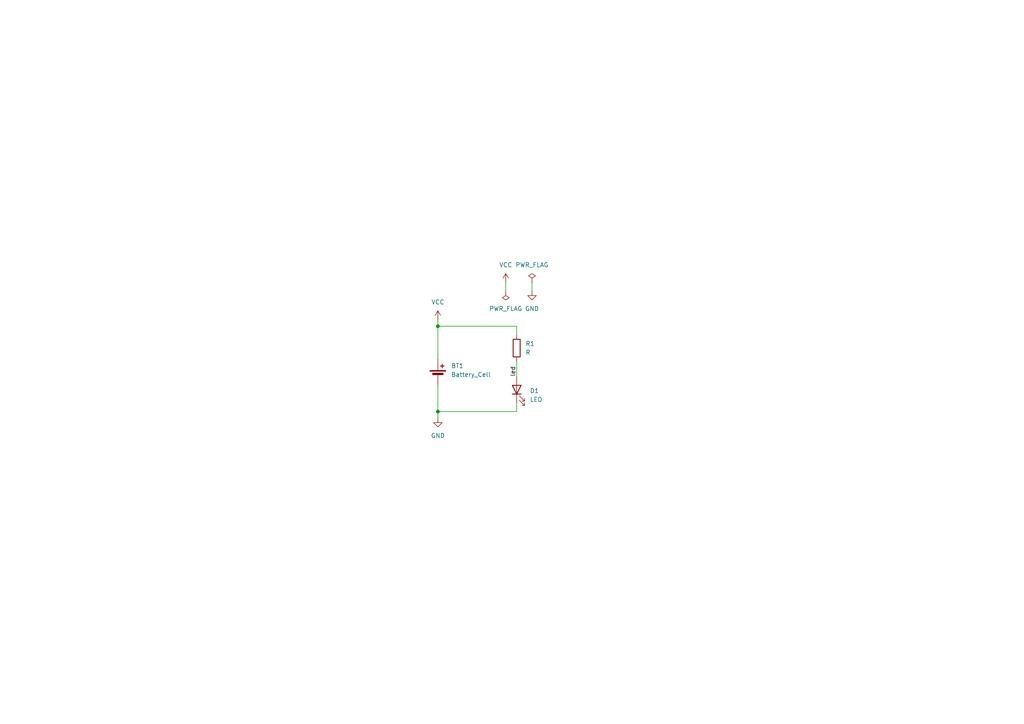
<source format=kicad_sch>
(kicad_sch (version 20231120) (generator "eeschema") (generator_version "8.0")
  (paper "A4")
  (lib_symbols
    (symbol "Device:Battery_Cell" (pin_numbers hide) (pin_names (offset 0) hide)
      (property "Reference" "BT" (at 2.54 2.54 0))
      (property "Value" "Battery_Cell" (at 2.54 0 0))
      (symbol "Battery_Cell_0_1"
        (rectangle (start -2.286 1.778) (end 2.286 1.524) (fill (type outline)))
        (rectangle (start -1.524 1.016) (end 1.524 0.508) (fill (type outline)))
        (polyline (pts (xy 0 0.762) (xy 0 0)))
        (polyline (pts (xy 0 1.778) (xy 0 2.54)))
        (polyline (pts (xy 0.762 3.048) (xy 1.778 3.048)) (stroke (width 0.254)))
        (polyline (pts (xy 1.27 3.556) (xy 1.27 2.54)) (stroke (width 0.254)))
      )
      (symbol "Battery_Cell_1_1"
        (pin passive line (at 0 5.08 270) (length 2.54) (name "+") (number "1"))
        (pin passive line (at 0 -2.54 90) (length 2.54) (name "-") (number "2"))
      )
    )
    (symbol "Device:LED" (pin_numbers hide) (pin_names (offset 1.016) hide)
      (property "Reference" "D" (at 0 2.54 0))
      (property "Value" "LED" (at 0 -2.54 0))
      (symbol "LED_0_1"
        (polyline (pts (xy -1.27 -1.27) (xy -1.27 1.27)) (stroke (width 0.254)))
        (polyline (pts (xy -1.27 0) (xy 1.27 0)))
        (polyline (pts (xy 1.27 -1.27) (xy 1.27 1.27) (xy -1.27 0) (xy 1.27 -1.27)) (stroke (width 0.254)))
        (polyline (pts (xy -3.048 -0.762) (xy -4.572 -2.286) (xy -3.81 -2.286) (xy -4.572 -2.286) (xy -4.572 -1.524)))
        (polyline (pts (xy -1.778 -0.762) (xy -3.302 -2.286) (xy -2.54 -2.286) (xy -3.302 -2.286) (xy -3.302 -1.524)))
      )
      (symbol "LED_1_1"
        (pin passive line (at -3.81 0 0) (length 2.54) (name "K") (number "1"))
        (pin passive line (at 3.81 0 180) (length 2.54) (name "A") (number "2"))
      )
    )
    (symbol "Device:R" (pin_numbers hide) (pin_names (offset 0))
      (property "Reference" "R" (at 2.032 0 90))
      (property "Value" "R" (at 0 0 90))
      (symbol "R_0_1"
        (rectangle (start -1.016 -2.54) (end 1.016 2.54) (stroke (width 0.254)))
      )
      (symbol "R_1_1"
        (pin passive line (at 0 3.81 270) (length 1.27) (name "~") (number "1"))
        (pin passive line (at 0 -3.81 90) (length 1.27) (name "~") (number "2"))
      )
    )
    (symbol "power:GND" (power) (pin_numbers hide) (pin_names (offset 0) hide)
      (property "Value" "GND" (at 0 -3.81 0))
      (symbol "GND_0_1"
        (polyline (pts (xy 0 0) (xy 0 -1.27) (xy 1.27 -1.27) (xy 0 -2.54) (xy -1.27 -1.27) (xy 0 -1.27)))
      )
      (symbol "GND_1_1"
        (pin power_in line (at 0 0 270) (length 0) (name "~") (number "1"))
      )
    )
    (symbol "power:PWR_FLAG" (power) (pin_numbers hide) (pin_names (offset 0) hide)
      (property "Value" "PWR_FLAG" (at 0 3.81 0))
      (symbol "PWR_FLAG_0_0"
        (pin power_out line (at 0 0 90) (length 0) (name "~") (number "1"))
      )
      (symbol "PWR_FLAG_0_1"
        (polyline (pts (xy 0 0) (xy 0 1.27) (xy -1.016 1.905) (xy 0 2.54) (xy 1.016 1.905) (xy 0 1.27)))
      )
    )
    (symbol "power:VCC" (power) (pin_numbers hide) (pin_names (offset 0) hide)
      (property "Value" "VCC" (at 0 3.556 0))
      (symbol "VCC_0_1"
        (polyline (pts (xy -0.762 1.27) (xy 0 2.54)))
        (polyline (pts (xy 0 0) (xy 0 2.54)))
        (polyline (pts (xy 0 2.54) (xy 0.762 1.27)))
      )
      (symbol "VCC_1_1"
        (pin power_in line (at 0 0 90) (length 0) (name "~") (number "1"))
      )
    )
  )
  (junction (at 127 119.38))
  (junction (at 127 94.615))
  (wire (pts (xy 154.305 81.915) (xy 154.305 84.455)))
  (wire (pts (xy 127 119.38) (xy 149.86 119.38)))
  (wire (pts (xy 127 119.38) (xy 127 121.285)))
  (wire (pts (xy 127 111.76) (xy 127 119.38)))
  (wire (pts (xy 146.685 81.915) (xy 146.685 84.455)))
  (wire (pts (xy 149.86 97.155) (xy 149.86 94.615)))
  (wire (pts (xy 127 94.615) (xy 149.86 94.615)))
  (wire (pts (xy 127 92.71) (xy 127 94.615)))
  (wire (pts (xy 127 94.615) (xy 127 104.14)))
  (wire (pts (xy 149.86 104.775) (xy 149.86 109.22)))
  (wire (pts (xy 149.86 116.84) (xy 149.86 119.38)))
  (label "led" (at 149.86 109.22 90))
  (symbol (lib_id "Device:LED") (at 149.86 113.03 90) (unit 1)
    (property "Reference" "D1" (at 153.67 113.3474 90) (effects (justify right)))
    (property "Value" "LED" (at 153.67 115.8874 90) (effects (justify right)))
    (property "Footprint" "LED_THT:LED_D5.0mm" (effects (hide yes)))
    (property "Description" "Light emitting diode" (effects (hide yes)))
  )
  (symbol (lib_id "power:GND") (at 127 121.285 0) (unit 1)
    (property "Reference" "#PWR02" (effects (hide yes)))
    (property "Value" "GND" (at 127 126.365 0))
    (property "Description" "Power symbol creates a global label with name \"GND\" , ground" (effects (hide yes)))
  )
  (symbol (lib_id "power:GND") (at 154.305 84.455 0) (unit 1)
    (property "Reference" "#PWR04" (effects (hide yes)))
    (property "Value" "GND" (at 154.305 89.535 0))
    (property "Description" "Power symbol creates a global label with name \"GND\" , ground" (effects (hide yes)))
  )
  (symbol (lib_id "Device:Battery_Cell") (at 127 109.22 0) (unit 1)
    (property "Reference" "BT1" (at 130.81 106.1084 0) (effects (justify left)))
    (property "Value" "Battery_Cell" (at 130.81 108.6484 0) (effects (justify left)))
    (property "Footprint" "Battery:BatteryHolder_Keystone_1058_1x2032" (effects (hide yes)))
    (property "Description" "Single-cell battery" (effects (hide yes)))
  )
  (symbol (lib_id "power:PWR_FLAG") (at 154.305 81.915 0) (unit 1)
    (property "Reference" "#FLG04" (effects (hide yes)))
    (property "Value" "PWR_FLAG" (at 154.305 76.835 0))
    (property "Description" "Special symbol for telling ERC where power comes from" (effects (hide yes)))
  )
  (symbol (lib_id "power:VCC") (at 146.685 81.915 0) (unit 1)
    (property "Reference" "#PWR03" (effects (hide yes)))
    (property "Value" "VCC" (at 146.685 76.835 0))
    (property "Description" "Power symbol creates a global label with name \"VCC\"" (effects (hide yes)))
  )
  (symbol (lib_id "power:VCC") (at 127 92.71 0) (unit 1)
    (property "Reference" "#PWR01" (effects (hide yes)))
    (property "Value" "VCC" (at 127 87.63 0))
    (property "Description" "Power symbol creates a global label with name \"VCC\"" (effects (hide yes)))
  )
  (symbol (lib_id "Device:R") (at 149.86 100.965 0) (unit 1)
    (property "Reference" "R1" (at 152.4 99.6949 0) (effects (justify left)))
    (property "Value" "R" (at 152.4 102.2349 0) (effects (justify left)))
    (property "Footprint" "Resistor_THT:R_Axial_DIN0309_L9.0mm_D3.2mm_P12.70mm_Horizontal" (effects (hide yes)))
    (property "Description" "Resistor" (effects (hide yes)))
  )
  (symbol (lib_id "power:PWR_FLAG") (at 146.685 84.455 180) (unit 1)
    (property "Reference" "#FLG03" (effects (hide yes)))
    (property "Value" "PWR_FLAG" (at 146.685 89.535 0))
    (property "Description" "Special symbol for telling ERC where power comes from" (effects (hide yes)))
  )
)
</source>
